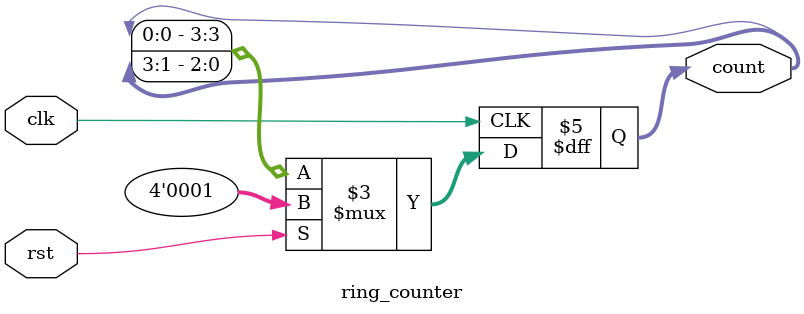
<source format=v>
`timescale 1ns / 1ps


module ring_counter(clk,rst,count);
input clk,rst;
parameter n=4;
output reg[n-1:0]count;
always@(posedge clk)
begin
if(rst)
count<=4'b0001;
else
count<={count[0],count[n-1:1]};
end
endmodule
</source>
